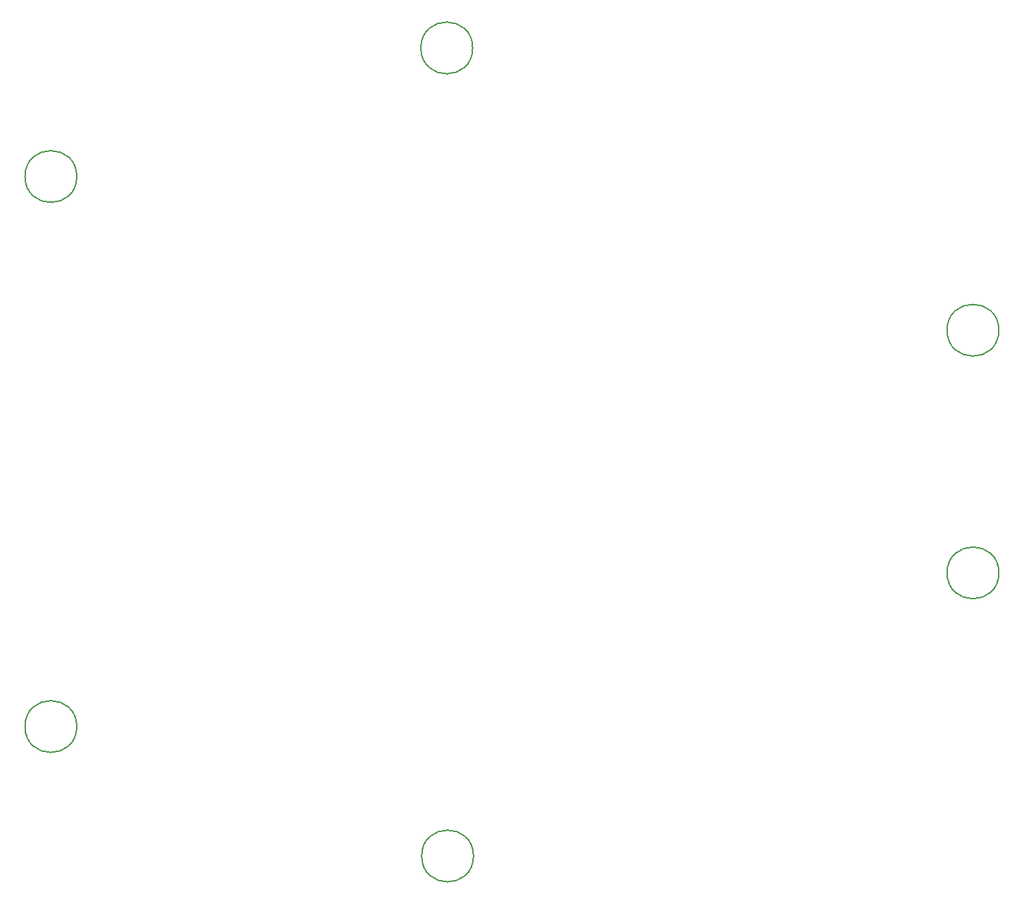
<source format=gbr>
%TF.GenerationSoftware,KiCad,Pcbnew,7.0.9*%
%TF.CreationDate,2024-12-19T19:35:33+09:00*%
%TF.ProjectId,01-MAIN,30312d4d-4149-44e2-9e6b-696361645f70,rev?*%
%TF.SameCoordinates,Original*%
%TF.FileFunction,Other,Comment*%
%FSLAX46Y46*%
G04 Gerber Fmt 4.6, Leading zero omitted, Abs format (unit mm)*
G04 Created by KiCad (PCBNEW 7.0.9) date 2024-12-19 19:35:33*
%MOMM*%
%LPD*%
G01*
G04 APERTURE LIST*
%ADD10C,0.150000*%
G04 APERTURE END LIST*
D10*
%TO.C,H2*%
X99102944Y-50102944D02*
G75*
G03*
X99102944Y-50102944I-3200000J0D01*
G01*
%TO.C,REF\u002A\u002A*%
X50200000Y-66000000D02*
G75*
G03*
X50200000Y-66000000I-3200000J0D01*
G01*
X50200000Y-134000000D02*
G75*
G03*
X50200000Y-134000000I-3200000J0D01*
G01*
X164100000Y-85000000D02*
G75*
G03*
X164100000Y-85000000I-3200000J0D01*
G01*
X164100000Y-115000000D02*
G75*
G03*
X164100000Y-115000000I-3200000J0D01*
G01*
%TO.C,H1*%
X99200000Y-150000000D02*
G75*
G03*
X99200000Y-150000000I-3200000J0D01*
G01*
%TD*%
M02*

</source>
